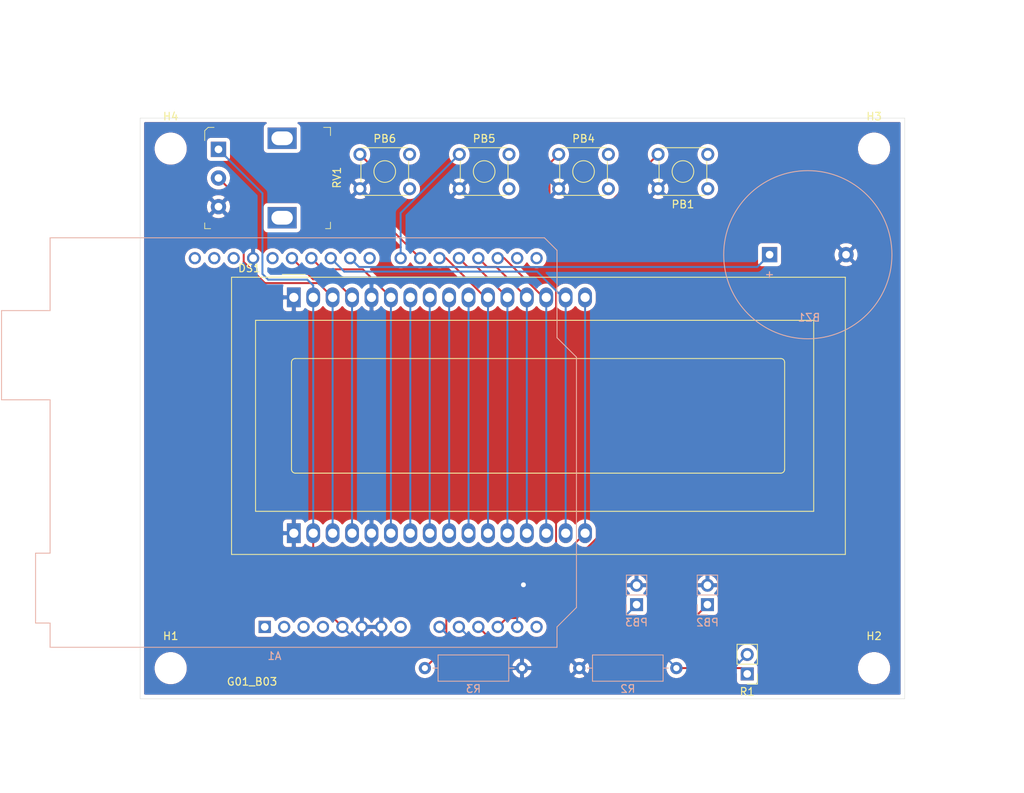
<source format=kicad_pcb>
(kicad_pcb (version 20171130) (host pcbnew "(5.1.6)-1")
  (layers (0 F.Cu signal) (31 B.Cu signal) (34 B.Paste user) (35 F.Paste user) (36 B.SilkS user) (37 F.SilkS user) (38 B.Mask user) (39 F.Mask user) (44 Edge.Cuts user))
  (net 0 "")
  (net 1 "Net-(A1-Pad16)")
  (net 2 "Net-(A1-Pad15)")
  (net 3 "Net-(A1-Pad30)")
  (net 4 "Net-(A1-Pad14)")
  (net 5 GND)
  (net 6 /A4)
  (net 7 "Net-(A1-Pad28)")
  (net 8 /A3)
  (net 9 /D12)
  (net 10 /A2)
  (net 11 /D11)
  (net 12 /A1)
  (net 13 /D10)
  (net 14 "Net-(A1-Pad9)")
  (net 15 "Net-(A1-Pad24)")
  (net 16 "Net-(A1-Pad8)")
  (net 17 "Net-(A1-Pad23)")
  (net 18 /D7)
  (net 19 /D6)
  (net 20 +5V)
  (net 21 /D5)
  (net 22 "Net-(A1-Pad4)")
  (net 23 /D4)
  (net 24 "Net-(A1-Pad3)")
  (net 25 /D3)
  (net 26 "Net-(A1-Pad2)")
  (net 27 /D2)
  (net 28 "Net-(A1-Pad1)")
  (net 29 "Net-(A1-Pad31)")
  (net 30 "Net-(A1-Pad32)")
  (net 31 "Net-(DS1-Pad16)")
  (net 32 "Net-(DS1-Pad10)")
  (net 33 "Net-(DS1-Pad9)")
  (net 34 "Net-(DS1-Pad8)")
  (net 35 "Net-(DS1-Pad7)")
  (net 36 "Net-(DS1-Pad3)")
  (module Button_Switch_THT:SW_TH_Tactile_Omron_B3F-10xx (layer F.Cu) (at 126.85 98.75)
    (fp_text reference PB4 (at 3.25 -2.05) (layer F.SilkS))
    (fp_text value AlarmSet)
    (fp_circle (center 3.25 2.25) (end 4.25 3.25) (layer F.SilkS) (width 0.12))
    (fp_line (start 0.28 5.37) (end 6.22 5.37) (layer F.SilkS) (width 0.12))
    (fp_line (start 0.28 -0.87) (end 6.22 -0.87) (layer F.SilkS) (width 0.12))
    (fp_line (start 0.13 3.59) (end 0.13 0.91) (layer F.SilkS) (width 0.12))
    (fp_line (start 6.37 0.91) (end 6.37 3.59) (layer F.SilkS) (width 0.12))
    (pad 1 thru_hole circle (at 0 0) (size 1.7 1.7) (drill 1) (layers *.Cu *.Mask) (net 6 /A4))
    (pad 3 thru_hole circle (at 6.5 0) (size 1.7 1.7) (drill 1) (layers *.Cu *.Mask))
    (pad 2 thru_hole circle (at 0 4.5) (size 1.7 1.7) (drill 1) (layers *.Cu *.Mask) (net 5 GND))
    (pad 4 thru_hole circle (at 6.5 4.5) (size 1.7 1.7) (drill 1) (layers *.Cu *.Mask))
  )
  (module MountingHole:MountingHole_3.2mm_M3 (layer F.Cu) (at 76.1 166)
    (fp_text reference H1 (at 0 -4.2) (layer F.SilkS))
    (fp_text value MountingHole)
    (pad 1 np_thru_hole circle (at 0 0) (size 3.2 3.2) (drill 3.2) (layers *.Cu *.Mask))
  )
  (module Module:Arduino_UNO_R3 (layer B.Cu) (at 88.4 160.6)
    (fp_text reference A1 (at 1.27 3.81 -180) (layer B.SilkS) (effects (justify mirror)))
    (fp_text value Arduino_UNO_R3)
    (fp_line (start 38.23 -37.85) (end 40.77 -35.31) (layer B.SilkS) (width 0.12))
    (fp_line (start 38.23 -49.28) (end 38.23 -37.85) (layer B.SilkS) (width 0.12))
    (fp_line (start 36.58 -50.93) (end 38.23 -49.28) (layer B.SilkS) (width 0.12))
    (fp_line (start -28.07 -50.93) (end 36.58 -50.93) (layer B.SilkS) (width 0.12))
    (fp_line (start -28.07 -41.4) (end -28.07 -50.93) (layer B.SilkS) (width 0.12))
    (fp_line (start -34.42 -41.4) (end -28.07 -41.4) (layer B.SilkS) (width 0.12))
    (fp_line (start -34.42 -29.72) (end -34.42 -41.4) (layer B.SilkS) (width 0.12))
    (fp_line (start -28.07 -29.72) (end -34.42 -29.72) (layer B.SilkS) (width 0.12))
    (fp_line (start -28.07 -9.65) (end -28.07 -29.72) (layer B.SilkS) (width 0.12))
    (fp_line (start -29.97 -9.65) (end -28.07 -9.65) (layer B.SilkS) (width 0.12))
    (fp_line (start -29.97 -0.51) (end -29.97 -9.65) (layer B.SilkS) (width 0.12))
    (fp_line (start -28.07 -0.51) (end -29.97 -0.51) (layer B.SilkS) (width 0.12))
    (fp_line (start -28.07 2.67) (end -28.07 -0.51) (layer B.SilkS) (width 0.12))
    (fp_line (start 38.23 2.67) (end -28.07 2.67) (layer B.SilkS) (width 0.12))
    (fp_line (start 38.23 0) (end 38.23 2.67) (layer B.SilkS) (width 0.12))
    (fp_line (start 40.77 -2.54) (end 38.23 0) (layer B.SilkS) (width 0.12))
    (fp_line (start 40.77 -35.31) (end 40.77 -2.54) (layer B.SilkS) (width 0.12))
    (pad 16 thru_hole oval (at 33.02 -48.26 270) (size 1.6 1.6) (drill 1) (layers *.Cu *.Mask) (net 1 "Net-(A1-Pad16)"))
    (pad 15 thru_hole oval (at 35.56 -48.26 270) (size 1.6 1.6) (drill 1) (layers *.Cu *.Mask) (net 2 "Net-(A1-Pad15)"))
    (pad 30 thru_hole oval (at -4.06 -48.26 270) (size 1.6 1.6) (drill 1) (layers *.Cu *.Mask) (net 3 "Net-(A1-Pad30)"))
    (pad 14 thru_hole oval (at 35.56 0 270) (size 1.6 1.6) (drill 1) (layers *.Cu *.Mask) (net 4 "Net-(A1-Pad14)"))
    (pad 29 thru_hole oval (at -1.52 -48.26 270) (size 1.6 1.6) (drill 1) (layers *.Cu *.Mask) (net 5 GND))
    (pad 13 thru_hole oval (at 33.02 0 270) (size 1.6 1.6) (drill 1) (layers *.Cu *.Mask) (net 6 /A4))
    (pad 28 thru_hole oval (at 1.02 -48.26 270) (size 1.6 1.6) (drill 1) (layers *.Cu *.Mask) (net 7 "Net-(A1-Pad28)"))
    (pad 12 thru_hole oval (at 30.48 0 270) (size 1.6 1.6) (drill 1) (layers *.Cu *.Mask) (net 8 /A3))
    (pad 27 thru_hole oval (at 3.56 -48.26 270) (size 1.6 1.6) (drill 1) (layers *.Cu *.Mask) (net 9 /D12))
    (pad 11 thru_hole oval (at 27.94 0 270) (size 1.6 1.6) (drill 1) (layers *.Cu *.Mask) (net 10 /A2))
    (pad 26 thru_hole oval (at 6.1 -48.26 270) (size 1.6 1.6) (drill 1) (layers *.Cu *.Mask) (net 11 /D11))
    (pad 10 thru_hole oval (at 25.4 0 270) (size 1.6 1.6) (drill 1) (layers *.Cu *.Mask) (net 12 /A1))
    (pad 25 thru_hole oval (at 8.64 -48.26 270) (size 1.6 1.6) (drill 1) (layers *.Cu *.Mask) (net 13 /D10))
    (pad 9 thru_hole oval (at 22.86 0 270) (size 1.6 1.6) (drill 1) (layers *.Cu *.Mask) (net 14 "Net-(A1-Pad9)"))
    (pad 24 thru_hole oval (at 11.18 -48.26 270) (size 1.6 1.6) (drill 1) (layers *.Cu *.Mask) (net 15 "Net-(A1-Pad24)"))
    (pad 8 thru_hole oval (at 17.78 0 270) (size 1.6 1.6) (drill 1) (layers *.Cu *.Mask) (net 16 "Net-(A1-Pad8)"))
    (pad 23 thru_hole oval (at 13.72 -48.26 270) (size 1.6 1.6) (drill 1) (layers *.Cu *.Mask) (net 17 "Net-(A1-Pad23)"))
    (pad 7 thru_hole oval (at 15.24 0 270) (size 1.6 1.6) (drill 1) (layers *.Cu *.Mask) (net 5 GND))
    (pad 22 thru_hole oval (at 17.78 -48.26 270) (size 1.6 1.6) (drill 1) (layers *.Cu *.Mask) (net 18 /D7))
    (pad 6 thru_hole oval (at 12.7 0 270) (size 1.6 1.6) (drill 1) (layers *.Cu *.Mask) (net 5 GND))
    (pad 21 thru_hole oval (at 20.32 -48.26 270) (size 1.6 1.6) (drill 1) (layers *.Cu *.Mask) (net 19 /D6))
    (pad 5 thru_hole oval (at 10.16 0 270) (size 1.6 1.6) (drill 1) (layers *.Cu *.Mask) (net 20 +5V))
    (pad 20 thru_hole oval (at 22.86 -48.26 270) (size 1.6 1.6) (drill 1) (layers *.Cu *.Mask) (net 21 /D5))
    (pad 4 thru_hole oval (at 7.62 0 270) (size 1.6 1.6) (drill 1) (layers *.Cu *.Mask) (net 22 "Net-(A1-Pad4)"))
    (pad 19 thru_hole oval (at 25.4 -48.26 270) (size 1.6 1.6) (drill 1) (layers *.Cu *.Mask) (net 23 /D4))
    (pad 3 thru_hole oval (at 5.08 0 270) (size 1.6 1.6) (drill 1) (layers *.Cu *.Mask) (net 24 "Net-(A1-Pad3)"))
    (pad 18 thru_hole oval (at 27.94 -48.26 270) (size 1.6 1.6) (drill 1) (layers *.Cu *.Mask) (net 25 /D3))
    (pad 2 thru_hole oval (at 2.54 0 270) (size 1.6 1.6) (drill 1) (layers *.Cu *.Mask) (net 26 "Net-(A1-Pad2)"))
    (pad 17 thru_hole oval (at 30.48 -48.26 270) (size 1.6 1.6) (drill 1) (layers *.Cu *.Mask) (net 27 /D2))
    (pad 1 thru_hole rect (at 0 0 270) (size 1.6 1.6) (drill 1) (layers *.Cu *.Mask) (net 28 "Net-(A1-Pad1)"))
    (pad 31 thru_hole oval (at -6.6 -48.26 270) (size 1.6 1.6) (drill 1) (layers *.Cu *.Mask) (net 29 "Net-(A1-Pad31)"))
    (pad 32 thru_hole oval (at -9.14 -48.26 270) (size 1.6 1.6) (drill 1) (layers *.Cu *.Mask) (net 30 "Net-(A1-Pad32)"))
  )
  (module Button_Switch_THT:SW_TH_Tactile_Omron_B3F-10xx (layer F.Cu) (at 146.35 103.25 180)
    (fp_text reference PB1 (at 3.25 -2.05 180) (layer F.SilkS))
    (fp_text value Backlight)
    (fp_line (start 6.37 0.91) (end 6.37 3.59) (layer F.SilkS) (width 0.12))
    (fp_line (start 0.13 3.59) (end 0.13 0.91) (layer F.SilkS) (width 0.12))
    (fp_line (start 0.28 -0.87) (end 6.22 -0.87) (layer F.SilkS) (width 0.12))
    (fp_line (start 0.28 5.37) (end 6.22 5.37) (layer F.SilkS) (width 0.12))
    (fp_circle (center 3.25 2.25) (end 4.25 3.25) (layer F.SilkS) (width 0.12))
    (pad 4 thru_hole circle (at 0 0 180) (size 1.7 1.7) (drill 1) (layers *.Cu *.Mask))
    (pad 2 thru_hole circle (at 6.5 0 180) (size 1.7 1.7) (drill 1) (layers *.Cu *.Mask) (net 5 GND))
    (pad 3 thru_hole circle (at 0 4.5 180) (size 1.7 1.7) (drill 1) (layers *.Cu *.Mask))
    (pad 1 thru_hole circle (at 6.5 4.5 180) (size 1.7 1.7) (drill 1) (layers *.Cu *.Mask) (net 8 /A3))
  )
  (module digikey-footprints:Potentiometer_P120PK-Y25BR10K (layer F.Cu) (at 82.35 98.1 270)
    (fp_text reference RV1 (at 3.7 -15.5 90) (layer F.SilkS))
    (fp_text value Contrast)
    (fp_line (start 10.375 -14.65) (end 10.375 -14) (layer F.SilkS) (width 0.1))
    (fp_line (start 9.525 -14.65) (end 10.375 -14.65) (layer F.SilkS) (width 0.1))
    (fp_line (start 10.375 1.8) (end 9.625 1.8) (layer F.SilkS) (width 0.1))
    (fp_line (start 10.375 1.025) (end 10.375 1.8) (layer F.SilkS) (width 0.1))
    (fp_line (start -2.875 -14.65) (end -2.875 -13.75) (layer F.SilkS) (width 0.1))
    (fp_line (start -1.8 -14.65) (end -2.875 -14.65) (layer F.SilkS) (width 0.1))
    (fp_line (start -2.45 1.8) (end -1.15 1.8) (layer F.SilkS) (width 0.1))
    (fp_line (start -2.875 1.35) (end -2.45 1.8) (layer F.SilkS) (width 0.1))
    (fp_line (start -2.875 0.575) (end -2.875 1.35) (layer F.SilkS) (width 0.1))
    (pad 4 thru_hole rect (at 8.95 -8.325 270) (size 2.8 3.8) (drill oval 1.8 2.8) (layers *.Cu *.Mask))
    (pad 4 thru_hole rect (at -1.45 -8.325 270) (size 2.8 3.8) (drill oval 1.8 2.8) (layers *.Cu *.Mask))
    (pad 3 thru_hole circle (at 7.5 0 270) (size 2 2) (drill 1) (layers *.Cu *.Mask) (net 5 GND))
    (pad 2 thru_hole circle (at 3.75 0 270) (size 2 2) (drill 1) (layers *.Cu *.Mask) (net 36 "Net-(DS1-Pad3)"))
    (pad 1 thru_hole rect (at 0 0 270) (size 2 2) (drill 1) (layers *.Cu *.Mask) (net 20 +5V))
  )
  (module Display:WC1602A (layer F.Cu) (at 92.202 117.475)
    (fp_text reference DS1 (at -5.82 -3.81) (layer F.SilkS))
    (fp_text value WC1602A)
    (fp_line (start -5 28) (end -5 3) (layer F.SilkS) (width 0.12))
    (fp_line (start 68 28) (end -5 28) (layer F.SilkS) (width 0.12))
    (fp_line (start 68 3) (end 68 28) (layer F.SilkS) (width 0.12))
    (fp_line (start -5 3) (end 68 3) (layer F.SilkS) (width 0.12))
    (fp_line (start 64.2 8.5) (end 64.2 22.5) (layer F.SilkS) (width 0.12))
    (fp_line (start 63.70066 23) (end 0.2 23) (layer F.SilkS) (width 0.12))
    (fp_line (start -0.29972 22.49932) (end -0.29972 8.5) (layer F.SilkS) (width 0.12))
    (fp_line (start 0.2 8) (end 63.7 8) (layer F.SilkS) (width 0.12))
    (fp_line (start -1.5 -3) (end 1.5 -3) (layer F.SilkS) (width 0.12))
    (fp_line (start -8.13 -2.64) (end -7.34 -2.64) (layer F.SilkS) (width 0.12))
    (fp_line (start -8.14 -2.64) (end -8.14 33.64) (layer F.SilkS) (width 0.12))
    (fp_line (start 72.14 -2.64) (end -7.34 -2.64) (layer F.SilkS) (width 0.12))
    (fp_line (start 72.14 33.64) (end 72.14 -2.64) (layer F.SilkS) (width 0.12))
    (fp_line (start -8.14 33.64) (end 72.14 33.64) (layer F.SilkS) (width 0.12))
    (fp_arc (start 0.20066 8.49884) (end -0.29972 8.49884) (angle 90) (layer F.SilkS) (width 0.12))
    (fp_arc (start 0.20066 22.49932) (end 0.20066 22.9997) (angle 90) (layer F.SilkS) (width 0.12))
    (fp_arc (start 63.70066 22.49932) (end 64.20104 22.49932) (angle 90) (layer F.SilkS) (width 0.12))
    (fp_arc (start 63.7 8.5) (end 63.7 8) (angle 90) (layer F.SilkS) (width 0.12))
    (pad 16 thru_hole oval (at 38.1 0) (size 1.8 2.6) (drill 1.2) (layers *.Cu *.Mask) (net 31 "Net-(DS1-Pad16)"))
    (pad 15 thru_hole oval (at 35.56 0) (size 1.8 2.6) (drill 1.2) (layers *.Cu *.Mask) (net 13 /D10))
    (pad 14 thru_hole oval (at 33.02 0) (size 1.8 2.6) (drill 1.2) (layers *.Cu *.Mask) (net 27 /D2))
    (pad 13 thru_hole oval (at 30.48 0) (size 1.8 2.6) (drill 1.2) (layers *.Cu *.Mask) (net 25 /D3))
    (pad 12 thru_hole oval (at 27.94 0) (size 1.8 2.6) (drill 1.2) (layers *.Cu *.Mask) (net 23 /D4))
    (pad 11 thru_hole oval (at 25.4 0) (size 1.8 2.6) (drill 1.2) (layers *.Cu *.Mask) (net 21 /D5))
    (pad 10 thru_hole oval (at 22.86 0) (size 1.8 2.6) (drill 1.2) (layers *.Cu *.Mask) (net 32 "Net-(DS1-Pad10)"))
    (pad 9 thru_hole oval (at 20.32 0) (size 1.8 2.6) (drill 1.2) (layers *.Cu *.Mask) (net 33 "Net-(DS1-Pad9)"))
    (pad 8 thru_hole oval (at 17.78 0) (size 1.8 2.6) (drill 1.2) (layers *.Cu *.Mask) (net 34 "Net-(DS1-Pad8)"))
    (pad 7 thru_hole oval (at 15.24 0) (size 1.8 2.6) (drill 1.2) (layers *.Cu *.Mask) (net 35 "Net-(DS1-Pad7)"))
    (pad 6 thru_hole oval (at 12.7 0) (size 1.8 2.6) (drill 1.2) (layers *.Cu *.Mask) (net 11 /D11))
    (pad 5 thru_hole oval (at 10.16 0) (size 1.8 2.6) (drill 1.2) (layers *.Cu *.Mask) (net 5 GND))
    (pad 4 thru_hole oval (at 7.62 0) (size 1.8 2.6) (drill 1.2) (layers *.Cu *.Mask) (net 9 /D12))
    (pad 3 thru_hole oval (at 5.08 0) (size 1.8 2.6) (drill 1.2) (layers *.Cu *.Mask) (net 36 "Net-(DS1-Pad3)"))
    (pad 2 thru_hole oval (at 2.54 0) (size 1.8 2.6) (drill 1.2) (layers *.Cu *.Mask) (net 20 +5V))
    (pad 1 thru_hole rect (at 0 0) (size 1.8 2.6) (drill 1.2) (layers *.Cu *.Mask) (net 5 GND))
    (pad 6 thru_hole oval (at 12.7 30.861) (size 1.8 2.6) (drill 1.2) (layers *.Cu *.Mask) (net 11 /D11))
    (pad 12 thru_hole oval (at 27.94 30.861) (size 1.8 2.6) (drill 1.2) (layers *.Cu *.Mask) (net 23 /D4))
    (pad 9 thru_hole oval (at 20.32 30.861) (size 1.8 2.6) (drill 1.2) (layers *.Cu *.Mask) (net 33 "Net-(DS1-Pad9)"))
    (pad 10 thru_hole oval (at 22.86 30.861) (size 1.8 2.6) (drill 1.2) (layers *.Cu *.Mask) (net 32 "Net-(DS1-Pad10)"))
    (pad 7 thru_hole oval (at 15.24 30.861) (size 1.8 2.6) (drill 1.2) (layers *.Cu *.Mask) (net 35 "Net-(DS1-Pad7)"))
    (pad 1 thru_hole rect (at 0 30.861) (size 1.8 2.6) (drill 1.2) (layers *.Cu *.Mask) (net 5 GND))
    (pad 2 thru_hole oval (at 2.54 30.861) (size 1.8 2.6) (drill 1.2) (layers *.Cu *.Mask) (net 20 +5V))
    (pad 3 thru_hole oval (at 5.08 30.861) (size 1.8 2.6) (drill 1.2) (layers *.Cu *.Mask) (net 36 "Net-(DS1-Pad3)"))
    (pad 4 thru_hole oval (at 7.62 30.861) (size 1.8 2.6) (drill 1.2) (layers *.Cu *.Mask) (net 9 /D12))
    (pad 11 thru_hole oval (at 25.4 30.861) (size 1.8 2.6) (drill 1.2) (layers *.Cu *.Mask) (net 21 /D5))
    (pad 5 thru_hole oval (at 10.16 30.861) (size 1.8 2.6) (drill 1.2) (layers *.Cu *.Mask) (net 5 GND))
    (pad 13 thru_hole oval (at 30.48 30.861) (size 1.8 2.6) (drill 1.2) (layers *.Cu *.Mask) (net 25 /D3))
    (pad 15 thru_hole oval (at 35.56 30.861) (size 1.8 2.6) (drill 1.2) (layers *.Cu *.Mask) (net 13 /D10))
    (pad 8 thru_hole oval (at 17.78 30.861) (size 1.8 2.6) (drill 1.2) (layers *.Cu *.Mask) (net 34 "Net-(DS1-Pad8)"))
    (pad 14 thru_hole oval (at 33.02 30.861) (size 1.8 2.6) (drill 1.2) (layers *.Cu *.Mask) (net 27 /D2))
    (pad 16 thru_hole oval (at 38.1 30.861) (size 1.8 2.6) (drill 1.2) (layers *.Cu *.Mask) (net 31 "Net-(DS1-Pad16)"))
  )
  (module Connector_PinHeader_2.54mm:PinHeader_1x02_P2.54mm_Vertical (layer B.Cu) (at 137.034 157.688)
    (fp_text reference PB3 (at 0 2.33) (layer B.SilkS) (effects (justify mirror)))
    (fp_text value CancelAlarm)
    (fp_line (start -1.33 1.33) (end 0 1.33) (layer B.SilkS) (width 0.12))
    (fp_line (start -1.33 0) (end -1.33 1.33) (layer B.SilkS) (width 0.12))
    (fp_line (start -1.33 -1.27) (end 1.33 -1.27) (layer B.SilkS) (width 0.12))
    (fp_line (start 1.33 -1.27) (end 1.33 -3.87) (layer B.SilkS) (width 0.12))
    (fp_line (start -1.33 -1.27) (end -1.33 -3.87) (layer B.SilkS) (width 0.12))
    (fp_line (start -1.33 -3.87) (end 1.33 -3.87) (layer B.SilkS) (width 0.12))
    (pad 2 thru_hole oval (at 0 -2.54) (size 1.7 1.7) (drill 1) (layers *.Cu *.Mask) (net 5 GND))
    (pad 1 thru_hole rect (at 0 0) (size 1.7 1.7) (drill 1) (layers *.Cu *.Mask) (net 12 /A1))
  )
  (module Connector_PinHeader_2.54mm:PinHeader_1x02_P2.54mm_Vertical (layer B.Cu) (at 146.305 157.688)
    (fp_text reference PB2 (at 0 2.33) (layer B.SilkS) (effects (justify mirror)))
    (fp_text value Snooze)
    (fp_line (start -1.33 1.33) (end 0 1.33) (layer B.SilkS) (width 0.12))
    (fp_line (start -1.33 0) (end -1.33 1.33) (layer B.SilkS) (width 0.12))
    (fp_line (start -1.33 -1.27) (end 1.33 -1.27) (layer B.SilkS) (width 0.12))
    (fp_line (start 1.33 -1.27) (end 1.33 -3.87) (layer B.SilkS) (width 0.12))
    (fp_line (start -1.33 -1.27) (end -1.33 -3.87) (layer B.SilkS) (width 0.12))
    (fp_line (start -1.33 -3.87) (end 1.33 -3.87) (layer B.SilkS) (width 0.12))
    (pad 2 thru_hole oval (at 0 -2.54) (size 1.7 1.7) (drill 1) (layers *.Cu *.Mask) (net 5 GND))
    (pad 1 thru_hole rect (at 0 0) (size 1.7 1.7) (drill 1) (layers *.Cu *.Mask) (net 10 /A2))
  )
  (module Buzzer_Beeper:Buzzer_D14mm_H7mm_P10mm (layer B.Cu) (at 154.432 111.887)
    (fp_text reference BZ1 (at 5.16 8.23) (layer B.SilkS) (effects (justify mirror)))
    (fp_text value Buzzer)
    (fp_circle (center 5 0) (end 16.002 -0.127) (layer B.SilkS) (width 0.12))
    (fp_text user + (at -0.01 2.54) (layer B.SilkS) (effects (justify mirror)))
    (pad 1 thru_hole rect (at 0 0) (size 2 2) (drill 1) (layers *.Cu *.Mask) (net 15 "Net-(A1-Pad24)"))
    (pad 2 thru_hole circle (at 10 0) (size 2 2) (drill 1) (layers *.Cu *.Mask) (net 5 GND))
  )
  (module Connector_PinHeader_2.54mm:PinHeader_1x02_P2.54mm_Vertical (layer F.Cu) (at 151.511 166.751 180)
    (fp_text reference R1 (at 0 -2.33) (layer F.SilkS))
    (fp_text value PhotoResistor)
    (fp_line (start -1.33 -1.33) (end 0 -1.33) (layer F.SilkS) (width 0.12))
    (fp_line (start -1.33 0) (end -1.33 -1.33) (layer F.SilkS) (width 0.12))
    (fp_line (start -1.33 1.27) (end 1.33 1.27) (layer F.SilkS) (width 0.12))
    (fp_line (start 1.33 1.27) (end 1.33 3.87) (layer F.SilkS) (width 0.12))
    (fp_line (start -1.33 1.27) (end -1.33 3.87) (layer F.SilkS) (width 0.12))
    (fp_line (start -1.33 3.87) (end 1.33 3.87) (layer F.SilkS) (width 0.12))
    (pad 2 thru_hole oval (at 0 2.54 180) (size 1.7 1.7) (drill 1) (layers *.Cu *.Mask) (net 20 +5V))
    (pad 1 thru_hole rect (at 0 0 180) (size 1.7 1.7) (drill 1) (layers *.Cu *.Mask) (net 14 "Net-(A1-Pad9)"))
  )
  (module Button_Switch_THT:SW_TH_Tactile_Omron_B3F-10xx (layer F.Cu) (at 113.85 98.75)
    (fp_text reference PB5 (at 3.25 -2.05) (layer F.SilkS))
    (fp_text value Time-)
    (fp_circle (center 3.25 2.25) (end 4.25 3.25) (layer F.SilkS) (width 0.12))
    (fp_line (start 0.28 5.37) (end 6.22 5.37) (layer F.SilkS) (width 0.12))
    (fp_line (start 0.28 -0.87) (end 6.22 -0.87) (layer F.SilkS) (width 0.12))
    (fp_line (start 0.13 3.59) (end 0.13 0.91) (layer F.SilkS) (width 0.12))
    (fp_line (start 6.37 0.91) (end 6.37 3.59) (layer F.SilkS) (width 0.12))
    (pad 1 thru_hole circle (at 0 0) (size 1.7 1.7) (drill 1) (layers *.Cu *.Mask) (net 18 /D7))
    (pad 3 thru_hole circle (at 6.5 0) (size 1.7 1.7) (drill 1) (layers *.Cu *.Mask))
    (pad 2 thru_hole circle (at 0 4.5) (size 1.7 1.7) (drill 1) (layers *.Cu *.Mask) (net 5 GND))
    (pad 4 thru_hole circle (at 6.5 4.5) (size 1.7 1.7) (drill 1) (layers *.Cu *.Mask))
  )
  (module Button_Switch_THT:SW_TH_Tactile_Omron_B3F-10xx (layer F.Cu) (at 100.85 98.75)
    (fp_text reference PB6 (at 3.25 -2.05) (layer F.SilkS))
    (fp_text value Time+)
    (fp_circle (center 3.25 2.25) (end 4.25 3.25) (layer F.SilkS) (width 0.12))
    (fp_line (start 0.28 5.37) (end 6.22 5.37) (layer F.SilkS) (width 0.12))
    (fp_line (start 0.28 -0.87) (end 6.22 -0.87) (layer F.SilkS) (width 0.12))
    (fp_line (start 0.13 3.59) (end 0.13 0.91) (layer F.SilkS) (width 0.12))
    (fp_line (start 6.37 0.91) (end 6.37 3.59) (layer F.SilkS) (width 0.12))
    (pad 1 thru_hole circle (at 0 0) (size 1.7 1.7) (drill 1) (layers *.Cu *.Mask) (net 19 /D6))
    (pad 3 thru_hole circle (at 6.5 0) (size 1.7 1.7) (drill 1) (layers *.Cu *.Mask))
    (pad 2 thru_hole circle (at 0 4.5) (size 1.7 1.7) (drill 1) (layers *.Cu *.Mask) (net 5 GND))
    (pad 4 thru_hole circle (at 6.5 4.5) (size 1.7 1.7) (drill 1) (layers *.Cu *.Mask))
  )
  (module MountingHole:MountingHole_3.2mm_M3 (layer F.Cu) (at 76.1 98)
    (fp_text reference H4 (at 0 -4.2) (layer F.SilkS))
    (fp_text value MountingHole)
    (pad 1 np_thru_hole circle (at 0 0) (size 3.2 3.2) (drill 3.2) (layers *.Cu *.Mask))
  )
  (module MountingHole:MountingHole_3.2mm_M3 (layer F.Cu) (at 168.1 98)
    (fp_text reference H3 (at 0 -4.2) (layer F.SilkS))
    (fp_text value MountingHole)
    (pad 1 np_thru_hole circle (at 0 0) (size 3.2 3.2) (drill 3.2) (layers *.Cu *.Mask))
  )
  (module MountingHole:MountingHole_3.2mm_M3 (layer F.Cu) (at 168.1 166)
    (fp_text reference H2 (at 0 -4.2) (layer F.SilkS))
    (fp_text value MountingHole)
    (pad 1 np_thru_hole circle (at 0 0) (size 3.2 3.2) (drill 3.2) (layers *.Cu *.Mask))
  )
  (module Resistor_THT:R_Axial_DIN0309_L9.0mm_D3.2mm_P12.70mm_Horizontal (layer B.Cu) (at 129.54 165.989)
    (fp_text reference R2 (at 6.35 2.72) (layer B.SilkS) (effects (justify mirror)))
    (fp_text value 1K9)
    (fp_line (start 11.66 0) (end 10.97 0) (layer B.SilkS) (width 0.12))
    (fp_line (start 1.04 0) (end 1.73 0) (layer B.SilkS) (width 0.12))
    (fp_line (start 10.97 1.72) (end 1.73 1.72) (layer B.SilkS) (width 0.12))
    (fp_line (start 10.97 -1.72) (end 10.97 1.72) (layer B.SilkS) (width 0.12))
    (fp_line (start 1.73 -1.72) (end 10.97 -1.72) (layer B.SilkS) (width 0.12))
    (fp_line (start 1.73 1.72) (end 1.73 -1.72) (layer B.SilkS) (width 0.12))
    (pad 2 thru_hole oval (at 12.7 0) (size 1.6 1.6) (drill 0.8) (layers *.Cu *.Mask) (net 14 "Net-(A1-Pad9)"))
    (pad 1 thru_hole circle (at 0 0) (size 1.6 1.6) (drill 0.8) (layers *.Cu *.Mask) (net 5 GND))
  )
  (module Resistor_THT:R_Axial_DIN0309_L9.0mm_D3.2mm_P12.70mm_Horizontal (layer B.Cu) (at 109.347 165.989)
    (fp_text reference R3 (at 6.35 2.72) (layer B.SilkS) (effects (justify mirror)))
    (fp_text value 220R)
    (fp_line (start 11.66 0) (end 10.97 0) (layer B.SilkS) (width 0.12))
    (fp_line (start 1.04 0) (end 1.73 0) (layer B.SilkS) (width 0.12))
    (fp_line (start 10.97 1.72) (end 1.73 1.72) (layer B.SilkS) (width 0.12))
    (fp_line (start 10.97 -1.72) (end 10.97 1.72) (layer B.SilkS) (width 0.12))
    (fp_line (start 1.73 -1.72) (end 10.97 -1.72) (layer B.SilkS) (width 0.12))
    (fp_line (start 1.73 1.72) (end 1.73 -1.72) (layer B.SilkS) (width 0.12))
    (pad 2 thru_hole oval (at 12.7 0) (size 1.6 1.6) (drill 0.8) (layers *.Cu *.Mask) (net 5 GND))
    (pad 1 thru_hole circle (at 0 0) (size 1.6 1.6) (drill 0.8) (layers *.Cu *.Mask) (net 31 "Net-(DS1-Pad16)"))
  )
  (gr_line (start 172.1 170) (end 172.1 94) (layer Edge.Cuts) (width 0.05))
  (gr_text G01_B03 (at 86.741 167.767) (layer F.SilkS) (effects (font (size 1 1))))
  (gr_line (start 72.1 94) (end 72.1 170) (layer Edge.Cuts) (width 0.05))
  (gr_line (start 172.1 94) (end 72.1 94) (layer Edge.Cuts) (width 0.05))
  (gr_line (start 72.1 170) (end 172.1 170) (layer Edge.Cuts) (width 0.05))
  (via (at 122.238441 155.088441) (size 1.143) (drill 0.635) (layers F.Cu B.Cu) (net 6))
  (segment (start 125.644399 99.955601) (end 125.644399 115.692919) (width 0.254) (layer F.Cu) (net 6))
  (segment (start 126.50639 150.820492) (end 122.238441 155.088441) (width 0.254) (layer F.Cu) (net 6))
  (segment (start 126.85 98.75) (end 125.644399 99.955601) (width 0.254) (layer F.Cu) (net 6))
  (segment (start 125.644399 115.692919) (end 126.50639 116.55491) (width 0.254) (layer F.Cu) (net 6))
  (segment (start 126.50639 116.55491) (end 126.50639 150.820492) (width 0.254) (layer F.Cu) (net 6))
  (segment (start 121.42 155.906882) (end 121.42 160.6) (width 0.254) (layer B.Cu) (net 6))
  (segment (start 122.238441 155.088441) (end 121.42 155.906882) (width 0.254) (layer B.Cu) (net 6))
  (segment (start 139.85 98.75) (end 132.5 106.1) (width 0.254) (layer F.Cu) (net 8))
  (segment (start 121.369301 159.444399) (end 120.035601 159.444399) (width 0.254) (layer F.Cu) (net 8))
  (segment (start 120.035601 159.444399) (end 118.88 160.6) (width 0.254) (layer F.Cu) (net 8))
  (segment (start 132.5 148.3137) (end 121.369301 159.444399) (width 0.254) (layer F.Cu) (net 8))
  (segment (start 132.5 106.1) (end 132.5 148.3137) (width 0.254) (layer F.Cu) (net 8))
  (segment (start 99.822 117.475) (end 99.822 148.336) (width 0.254) (layer B.Cu) (net 9))
  (segment (start 97.46439 115.11739) (end 99.822 117.475) (width 0.254) (layer F.Cu) (net 9))
  (segment (start 94.73739 115.11739) (end 97.46439 115.11739) (width 0.254) (layer F.Cu) (net 9))
  (segment (start 91.96 112.34) (end 94.73739 115.11739) (width 0.254) (layer F.Cu) (net 9))
  (segment (start 116.34 160.6) (end 118.39 162.65) (width 0.254) (layer F.Cu) (net 10))
  (segment (start 141.343 162.65) (end 146.305 157.688) (width 0.254) (layer F.Cu) (net 10))
  (segment (start 118.39 162.65) (end 141.343 162.65) (width 0.254) (layer F.Cu) (net 10))
  (segment (start 104.902 117.475) (end 104.902 148.336) (width 0.254) (layer B.Cu) (net 11))
  (segment (start 101.227 113.8) (end 104.902 117.475) (width 0.254) (layer F.Cu) (net 11))
  (segment (start 95.96 113.8) (end 101.227 113.8) (width 0.254) (layer F.Cu) (net 11))
  (segment (start 94.5 112.34) (end 95.96 113.8) (width 0.254) (layer F.Cu) (net 11))
  (segment (start 113.8 160.6) (end 115.35 162.15) (width 0.254) (layer B.Cu) (net 12))
  (segment (start 132.572 162.15) (end 137.034 157.688) (width 0.254) (layer B.Cu) (net 12))
  (segment (start 115.35 162.15) (end 132.572 162.15) (width 0.254) (layer B.Cu) (net 12))
  (segment (start 127.762 117.475) (end 127.762 148.336) (width 0.254) (layer B.Cu) (net 13))
  (segment (start 97.04 112.34) (end 98.8 114.1) (width 0.254) (layer B.Cu) (net 13))
  (segment (start 127.3977 117.475) (end 127.762 117.475) (width 0.254) (layer B.Cu) (net 13))
  (segment (start 124.0227 114.1) (end 127.3977 117.475) (width 0.254) (layer B.Cu) (net 13))
  (segment (start 98.8 114.1) (end 124.0227 114.1) (width 0.254) (layer B.Cu) (net 13))
  (segment (start 150.749 165.989) (end 151.511 166.751) (width 0.254) (layer F.Cu) (net 14))
  (segment (start 142.24 165.989) (end 150.749 165.989) (width 0.254) (layer F.Cu) (net 14))
  (segment (start 111.26 160.6) (end 114.96 164.3) (width 0.254) (layer B.Cu) (net 14))
  (segment (start 140.551 164.3) (end 142.24 165.989) (width 0.254) (layer B.Cu) (net 14))
  (segment (start 114.96 164.3) (end 140.551 164.3) (width 0.254) (layer B.Cu) (net 14))
  (segment (start 152.823399 113.495601) (end 154.432 111.887) (width 0.254) (layer B.Cu) (net 15))
  (segment (start 100.735601 113.495601) (end 152.823399 113.495601) (width 0.254) (layer B.Cu) (net 15))
  (segment (start 99.58 112.34) (end 100.735601 113.495601) (width 0.254) (layer B.Cu) (net 15))
  (segment (start 106.18 106.42) (end 113.85 98.75) (width 0.254) (layer B.Cu) (net 18))
  (segment (start 106.18 112.34) (end 106.18 106.42) (width 0.254) (layer B.Cu) (net 18))
  (segment (start 100.85 98.75) (end 104.6 102.5) (width 0.254) (layer F.Cu) (net 19))
  (segment (start 104.6 108.22) (end 108.72 112.34) (width 0.254) (layer F.Cu) (net 19))
  (segment (start 104.6 102.5) (end 104.6 108.22) (width 0.254) (layer F.Cu) (net 19))
  (segment (start 94.742 117.475) (end 94.742 148.336) (width 0.254) (layer B.Cu) (net 20))
  (segment (start 82.35 98.1) (end 88.1 103.85) (width 0.254) (layer B.Cu) (net 20))
  (segment (start 88.1 103.85) (end 88.1 114.4) (width 0.254) (layer B.Cu) (net 20))
  (segment (start 88.1 114.4) (end 88.85 115.15) (width 0.254) (layer B.Cu) (net 20))
  (segment (start 94.742 115.921) (end 94.742 117.475) (width 0.254) (layer B.Cu) (net 20))
  (segment (start 93.971 115.15) (end 94.742 115.921) (width 0.254) (layer B.Cu) (net 20))
  (segment (start 88.85 115.15) (end 93.971 115.15) (width 0.254) (layer B.Cu) (net 20))
  (segment (start 94.742 156.782) (end 98.56 160.6) (width 0.254) (layer F.Cu) (net 20))
  (segment (start 94.742 148.336) (end 94.742 156.782) (width 0.254) (layer F.Cu) (net 20))
  (segment (start 98.56 160.6) (end 105.81 167.85) (width 0.254) (layer B.Cu) (net 20))
  (segment (start 147.872 167.85) (end 151.511 164.211) (width 0.254) (layer B.Cu) (net 20))
  (segment (start 105.81 167.85) (end 147.872 167.85) (width 0.254) (layer B.Cu) (net 20))
  (segment (start 117.602 117.475) (end 117.602 148.336) (width 0.254) (layer B.Cu) (net 21))
  (segment (start 112.1027 112.34) (end 117.2377 117.475) (width 0.254) (layer F.Cu) (net 21))
  (segment (start 117.2377 117.475) (end 117.602 117.475) (width 0.254) (layer F.Cu) (net 21))
  (segment (start 111.26 112.34) (end 112.1027 112.34) (width 0.254) (layer F.Cu) (net 21))
  (segment (start 120.142 117.475) (end 120.142 148.336) (width 0.254) (layer B.Cu) (net 23))
  (segment (start 116.162601 113.495601) (end 120.142 117.475) (width 0.254) (layer F.Cu) (net 23))
  (segment (start 114.955601 113.495601) (end 116.162601 113.495601) (width 0.254) (layer F.Cu) (net 23))
  (segment (start 113.8 112.34) (end 114.955601 113.495601) (width 0.254) (layer F.Cu) (net 23))
  (segment (start 122.682 117.475) (end 122.682 148.336) (width 0.254) (layer B.Cu) (net 25))
  (segment (start 118.702601 113.495601) (end 122.682 117.475) (width 0.254) (layer F.Cu) (net 25))
  (segment (start 117.495601 113.495601) (end 118.702601 113.495601) (width 0.254) (layer F.Cu) (net 25))
  (segment (start 116.34 112.34) (end 117.495601 113.495601) (width 0.254) (layer F.Cu) (net 25))
  (segment (start 125.222 117.475) (end 125.222 148.336) (width 0.254) (layer B.Cu) (net 27))
  (segment (start 124.8577 117.475) (end 125.222 117.475) (width 0.254) (layer F.Cu) (net 27))
  (segment (start 119.7227 112.34) (end 124.8577 117.475) (width 0.254) (layer F.Cu) (net 27))
  (segment (start 118.88 112.34) (end 119.7227 112.34) (width 0.254) (layer F.Cu) (net 27))
  (segment (start 112.153601 157.535109) (end 112.153601 163.182399) (width 0.254) (layer F.Cu) (net 31))
  (segment (start 112.153601 163.182399) (end 109.347 165.989) (width 0.254) (layer F.Cu) (net 31))
  (segment (start 121.932601 156.705399) (end 112.983311 156.705399) (width 0.254) (layer F.Cu) (net 31))
  (segment (start 112.983311 156.705399) (end 112.153601 157.535109) (width 0.254) (layer F.Cu) (net 31))
  (segment (start 130.302 148.336) (end 121.932601 156.705399) (width 0.254) (layer F.Cu) (net 31))
  (segment (start 130.302 117.475) (end 130.302 148.336) (width 0.254) (layer B.Cu) (net 31))
  (segment (start 115.062 117.475) (end 115.062 148.336) (width 0.254) (layer B.Cu) (net 32))
  (segment (start 112.522 117.475) (end 112.522 148.336) (width 0.254) (layer B.Cu) (net 33))
  (segment (start 109.982 117.475) (end 109.982 148.336) (width 0.254) (layer B.Cu) (net 34))
  (segment (start 107.442 117.475) (end 107.442 148.336) (width 0.254) (layer B.Cu) (net 35))
  (segment (start 97.282 117.475) (end 97.282 148.336) (width 0.254) (layer B.Cu) (net 36))
  (segment (start 82.35 101.85) (end 85.65 105.15) (width 0.254) (layer F.Cu) (net 36))
  (segment (start 85.65 112.82029) (end 88.42971 115.6) (width 0.254) (layer F.Cu) (net 36))
  (segment (start 85.65 105.15) (end 85.65 112.82029) (width 0.254) (layer F.Cu) (net 36))
  (segment (start 95.407 115.6) (end 97.282 117.475) (width 0.254) (layer F.Cu) (net 36))
  (segment (start 88.42971 115.6) (end 95.407 115.6) (width 0.254) (layer F.Cu) (net 36))
  (zone (net 5) (net_name GND) (layer F.Cu) (connect_pads (clearance 0.508)) (min_thickness 0.254) (fill yes (arc_segments 32) (thermal_gap 0.508) (thermal_bridge_width 0.508))
    (polygon (pts (xy 172.1 170) (xy 72.1 170) (xy 72.1 94) (xy 172.1 94)))
  )
  (zone (net 5) (net_name GND) (layer B.Cu) (connect_pads (clearance 0.508)) (min_thickness 0.254) (fill yes (arc_segments 32) (thermal_gap 0.508) (thermal_bridge_width 0.508))
    (polygon (pts (xy 172.1 170) (xy 72.1 170) (xy 72.1 94) (xy 172.1 94)))
  )
)
</source>
